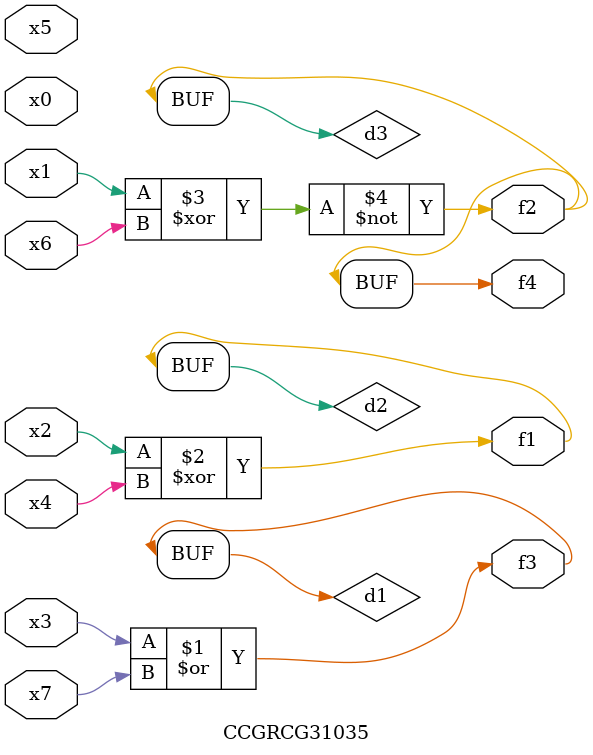
<source format=v>
module CCGRCG31035(
	input x0, x1, x2, x3, x4, x5, x6, x7,
	output f1, f2, f3, f4
);

	wire d1, d2, d3;

	or (d1, x3, x7);
	xor (d2, x2, x4);
	xnor (d3, x1, x6);
	assign f1 = d2;
	assign f2 = d3;
	assign f3 = d1;
	assign f4 = d3;
endmodule

</source>
